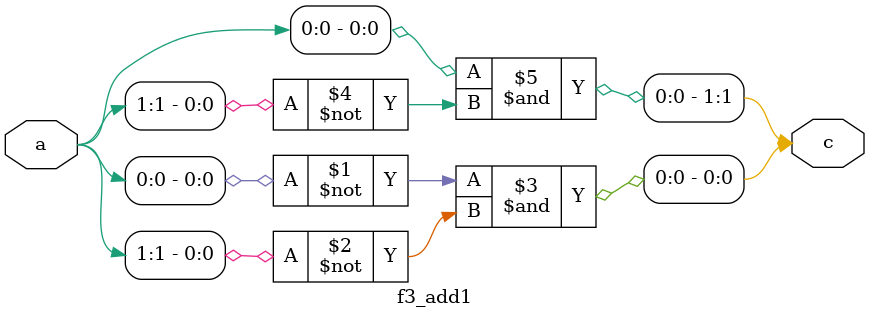
<source format=v>
`define M     97          // M is the degree of the irreducible polynomial
`define WIDTH (2*`M-1)    // width for a GF(3^M) element
`define W2    (4*`M-1)    // width for a GF(3^{2*M}) element
`define W3    (6*`M-1)    // width for a GF(3^{3*M}) element
`define W6    (12*`M-1)   // width for a GF(3^{6*M}) element
`define PX    196'h4000000000000000000000000000000000000000001000002 // PX is the irreducible polynomial
`define ZERO {(2*`M){1'b0}}
`define TWO {(2*`M-2){1'b0}},2'b10
`define MOST 2*`M+1:2*`M

module f3_add1(a, c);
    input [1:0] a;
    output [1:0] c;
    assign c[0] = (~a[0]) & (~a[1]);
    assign c[1] = a[0] & (~a[1]);
endmodule

</source>
